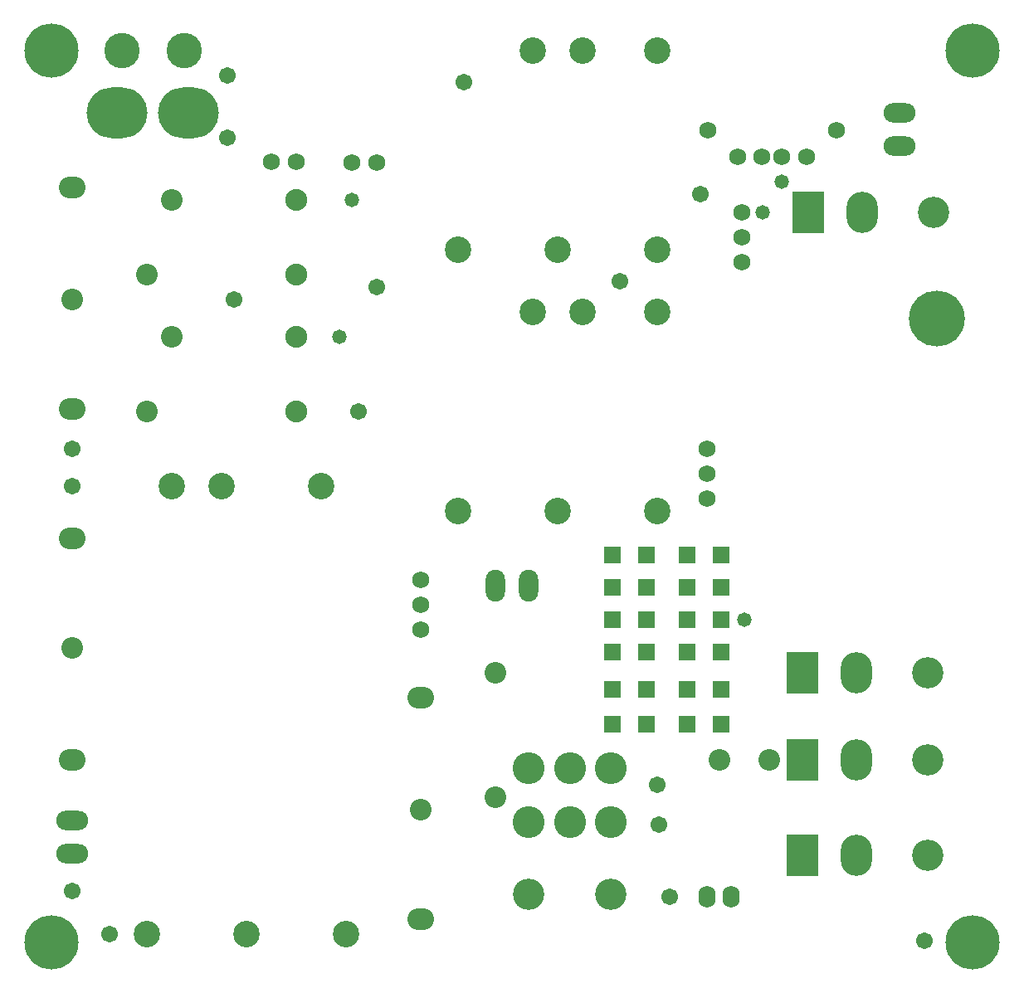
<source format=gts>
G04 Layer_Color=8388736*
%FSLAX25Y25*%
%MOIN*%
G70*
G01*
G75*
%ADD38R,0.06706X0.06706*%
%ADD39C,0.22453*%
%ADD40C,0.21745*%
%ADD41O,0.24422X0.20485*%
%ADD42C,0.14186*%
%ADD43O,0.10642X0.08674*%
%ADD44C,0.08674*%
%ADD45C,0.06800*%
%ADD46O,0.07800X0.12800*%
%ADD47O,0.12800X0.07800*%
%ADD48C,0.10642*%
%ADD49C,0.12611*%
%ADD50C,0.12800*%
%ADD51O,0.12611X0.16548*%
%ADD52R,0.12611X0.16548*%
%ADD53O,0.06800X0.08800*%
%ADD54C,0.08800*%
%ADD55C,0.06706*%
%ADD56C,0.05800*%
D38*
X237158Y154500D02*
D03*
X250937D02*
D03*
X267158D02*
D03*
X280937D02*
D03*
X280953Y128500D02*
D03*
X267173D02*
D03*
X250953D02*
D03*
X237173D02*
D03*
X237047Y141500D02*
D03*
X250827D02*
D03*
X267047D02*
D03*
X280827D02*
D03*
X237047Y167500D02*
D03*
X250827D02*
D03*
X267047D02*
D03*
X280827D02*
D03*
X280890Y99500D02*
D03*
X267110D02*
D03*
X250890D02*
D03*
X237110D02*
D03*
X280890Y113500D02*
D03*
X267110D02*
D03*
X250890D02*
D03*
X237110D02*
D03*
D39*
X367500Y262500D02*
D03*
D40*
X381890Y370079D02*
D03*
X11811Y11811D02*
D03*
Y370079D02*
D03*
X381890Y11811D02*
D03*
D41*
X66969Y345000D02*
D03*
X38032D02*
D03*
D42*
X40000Y370000D02*
D03*
X65000D02*
D03*
D43*
X20000Y226024D02*
D03*
Y315000D02*
D03*
Y85000D02*
D03*
Y173976D02*
D03*
X160000Y21024D02*
D03*
Y110000D02*
D03*
D44*
X20000Y270000D02*
D03*
Y130000D02*
D03*
X160000Y65000D02*
D03*
X60000Y255000D02*
D03*
X50000Y225000D02*
D03*
Y280000D02*
D03*
X60000Y310000D02*
D03*
X190000Y70000D02*
D03*
Y120000D02*
D03*
X300000Y85000D02*
D03*
X280000D02*
D03*
D45*
X275000Y190000D02*
D03*
Y200000D02*
D03*
Y210000D02*
D03*
X289000Y305000D02*
D03*
Y295000D02*
D03*
Y285000D02*
D03*
X315000Y327500D02*
D03*
X305157D02*
D03*
X297284D02*
D03*
X287441D02*
D03*
X327087Y338169D02*
D03*
X275354Y338169D02*
D03*
X100000Y325315D02*
D03*
X110000D02*
D03*
X132500Y325000D02*
D03*
X142500D02*
D03*
X160000Y137500D02*
D03*
Y147500D02*
D03*
Y157500D02*
D03*
D46*
X190000Y155000D02*
D03*
X203386D02*
D03*
D47*
X352500Y345000D02*
D03*
Y331614D02*
D03*
X20000Y47500D02*
D03*
Y60886D02*
D03*
D48*
X255000Y370000D02*
D03*
Y290000D02*
D03*
X215000D02*
D03*
X175000D02*
D03*
X225000Y370000D02*
D03*
X205000D02*
D03*
X130000Y15000D02*
D03*
X90000D02*
D03*
X50000D02*
D03*
X120000Y195000D02*
D03*
X80000D02*
D03*
X60000D02*
D03*
X205000Y265000D02*
D03*
X225000D02*
D03*
X175000Y185000D02*
D03*
X215000D02*
D03*
X255000D02*
D03*
Y265000D02*
D03*
D49*
X236535Y31260D02*
D03*
X203465D02*
D03*
X366240Y305000D02*
D03*
X363740Y85000D02*
D03*
Y46811D02*
D03*
Y120000D02*
D03*
D50*
X203465Y81653D02*
D03*
X236535D02*
D03*
Y60000D02*
D03*
X220000D02*
D03*
X203465D02*
D03*
X220000Y81653D02*
D03*
D51*
X337500Y305000D02*
D03*
X335000Y85000D02*
D03*
Y46811D02*
D03*
Y120000D02*
D03*
D52*
X315846Y305000D02*
D03*
X313347Y85000D02*
D03*
Y46811D02*
D03*
Y120000D02*
D03*
D53*
X275000Y30000D02*
D03*
X284842D02*
D03*
D54*
X110000Y225000D02*
D03*
Y255000D02*
D03*
Y310000D02*
D03*
Y280000D02*
D03*
D55*
X272500Y312500D02*
D03*
X255000Y75000D02*
D03*
X255906Y59055D02*
D03*
X260000Y30000D02*
D03*
X362500Y12500D02*
D03*
X135000Y225000D02*
D03*
X85000Y270000D02*
D03*
X82500Y335000D02*
D03*
Y360000D02*
D03*
X20000Y195000D02*
D03*
X35000Y15000D02*
D03*
X20000Y32500D02*
D03*
X142500Y275000D02*
D03*
X177500Y357500D02*
D03*
X240000Y277500D02*
D03*
X20000Y210000D02*
D03*
D56*
X127500Y255000D02*
D03*
X132500Y310000D02*
D03*
X290000Y141500D02*
D03*
X297500Y305000D02*
D03*
X305000Y317500D02*
D03*
M02*

</source>
